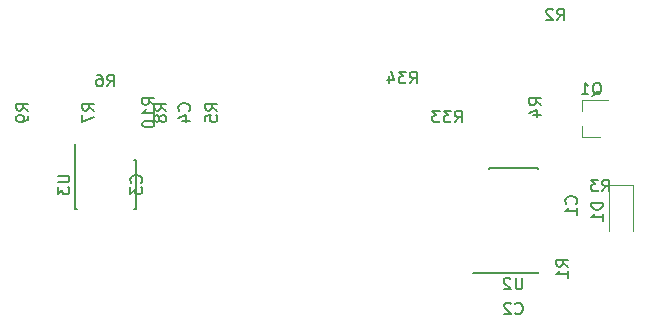
<source format=gbr>
G04 #@! TF.GenerationSoftware,KiCad,Pcbnew,(5.0.0-rc2-dev-586-g888c43477)*
G04 #@! TF.CreationDate,2018-06-03T13:53:17-03:00*
G04 #@! TF.ProjectId,Signal,5369676E616C2E6B696361645F706362,rev?*
G04 #@! TF.SameCoordinates,Original*
G04 #@! TF.FileFunction,Legend,Bot*
G04 #@! TF.FilePolarity,Positive*
%FSLAX46Y46*%
G04 Gerber Fmt 4.6, Leading zero omitted, Abs format (unit mm)*
G04 Created by KiCad (PCBNEW (5.0.0-rc2-dev-586-g888c43477)) date 06/03/18 13:53:17*
%MOMM*%
%LPD*%
G01*
G04 APERTURE LIST*
%ADD10C,0.150000*%
%ADD11C,0.120000*%
G04 APERTURE END LIST*
D10*
X28413000Y-28405000D02*
X28463000Y-28405000D01*
X28413000Y-32555000D02*
X28558000Y-32555000D01*
X33563000Y-32555000D02*
X33418000Y-32555000D01*
X33563000Y-28405000D02*
X33418000Y-28405000D01*
X28413000Y-28405000D02*
X28413000Y-32555000D01*
X33563000Y-28405000D02*
X33563000Y-32555000D01*
X28463000Y-28405000D02*
X28463000Y-27005000D01*
D11*
X71376000Y-26472000D02*
X71376000Y-25542000D01*
X71376000Y-23312000D02*
X71376000Y-24242000D01*
X71376000Y-23312000D02*
X73536000Y-23312000D01*
X71376000Y-26472000D02*
X72836000Y-26472000D01*
X73676000Y-30516000D02*
X75676000Y-30516000D01*
X75676000Y-30516000D02*
X75676000Y-34416000D01*
X73676000Y-30516000D02*
X73676000Y-34416000D01*
D10*
X63457000Y-37978000D02*
X63457000Y-37953000D01*
X67607000Y-37978000D02*
X67607000Y-37863000D01*
X67607000Y-29078000D02*
X67607000Y-29193000D01*
X63457000Y-29078000D02*
X63457000Y-29193000D01*
X63457000Y-37978000D02*
X67607000Y-37978000D01*
X63457000Y-29078000D02*
X67607000Y-29078000D01*
X63457000Y-37953000D02*
X62082000Y-37953000D01*
X36138380Y-24217333D02*
X35662190Y-23884000D01*
X36138380Y-23645904D02*
X35138380Y-23645904D01*
X35138380Y-24026857D01*
X35186000Y-24122095D01*
X35233619Y-24169714D01*
X35328857Y-24217333D01*
X35471714Y-24217333D01*
X35566952Y-24169714D01*
X35614571Y-24122095D01*
X35662190Y-24026857D01*
X35662190Y-23645904D01*
X35566952Y-24788761D02*
X35519333Y-24693523D01*
X35471714Y-24645904D01*
X35376476Y-24598285D01*
X35328857Y-24598285D01*
X35233619Y-24645904D01*
X35186000Y-24693523D01*
X35138380Y-24788761D01*
X35138380Y-24979238D01*
X35186000Y-25074476D01*
X35233619Y-25122095D01*
X35328857Y-25169714D01*
X35376476Y-25169714D01*
X35471714Y-25122095D01*
X35519333Y-25074476D01*
X35566952Y-24979238D01*
X35566952Y-24788761D01*
X35614571Y-24693523D01*
X35662190Y-24645904D01*
X35757428Y-24598285D01*
X35947904Y-24598285D01*
X36043142Y-24645904D01*
X36090761Y-24693523D01*
X36138380Y-24788761D01*
X36138380Y-24979238D01*
X36090761Y-25074476D01*
X36043142Y-25122095D01*
X35947904Y-25169714D01*
X35757428Y-25169714D01*
X35662190Y-25122095D01*
X35614571Y-25074476D01*
X35566952Y-24979238D01*
X24456380Y-24217333D02*
X23980190Y-23884000D01*
X24456380Y-23645904D02*
X23456380Y-23645904D01*
X23456380Y-24026857D01*
X23504000Y-24122095D01*
X23551619Y-24169714D01*
X23646857Y-24217333D01*
X23789714Y-24217333D01*
X23884952Y-24169714D01*
X23932571Y-24122095D01*
X23980190Y-24026857D01*
X23980190Y-23645904D01*
X24456380Y-24693523D02*
X24456380Y-24884000D01*
X24408761Y-24979238D01*
X24361142Y-25026857D01*
X24218285Y-25122095D01*
X24027809Y-25169714D01*
X23646857Y-25169714D01*
X23551619Y-25122095D01*
X23504000Y-25074476D01*
X23456380Y-24979238D01*
X23456380Y-24788761D01*
X23504000Y-24693523D01*
X23551619Y-24645904D01*
X23646857Y-24598285D01*
X23884952Y-24598285D01*
X23980190Y-24645904D01*
X24027809Y-24693523D01*
X24075428Y-24788761D01*
X24075428Y-24979238D01*
X24027809Y-25074476D01*
X23980190Y-25122095D01*
X23884952Y-25169714D01*
X35124380Y-23741142D02*
X34648190Y-23407809D01*
X35124380Y-23169714D02*
X34124380Y-23169714D01*
X34124380Y-23550666D01*
X34172000Y-23645904D01*
X34219619Y-23693523D01*
X34314857Y-23741142D01*
X34457714Y-23741142D01*
X34552952Y-23693523D01*
X34600571Y-23645904D01*
X34648190Y-23550666D01*
X34648190Y-23169714D01*
X35124380Y-24693523D02*
X35124380Y-24122095D01*
X35124380Y-24407809D02*
X34124380Y-24407809D01*
X34267238Y-24312571D01*
X34362476Y-24217333D01*
X34410095Y-24122095D01*
X34124380Y-25312571D02*
X34124380Y-25407809D01*
X34172000Y-25503047D01*
X34219619Y-25550666D01*
X34314857Y-25598285D01*
X34505333Y-25645904D01*
X34743428Y-25645904D01*
X34933904Y-25598285D01*
X35029142Y-25550666D01*
X35076761Y-25503047D01*
X35124380Y-25407809D01*
X35124380Y-25312571D01*
X35076761Y-25217333D01*
X35029142Y-25169714D01*
X34933904Y-25122095D01*
X34743428Y-25074476D01*
X34505333Y-25074476D01*
X34314857Y-25122095D01*
X34219619Y-25169714D01*
X34172000Y-25217333D01*
X34124380Y-25312571D01*
X30042380Y-24217333D02*
X29566190Y-23884000D01*
X30042380Y-23645904D02*
X29042380Y-23645904D01*
X29042380Y-24026857D01*
X29090000Y-24122095D01*
X29137619Y-24169714D01*
X29232857Y-24217333D01*
X29375714Y-24217333D01*
X29470952Y-24169714D01*
X29518571Y-24122095D01*
X29566190Y-24026857D01*
X29566190Y-23645904D01*
X29042380Y-24550666D02*
X29042380Y-25217333D01*
X30042380Y-24788761D01*
X34013142Y-30313333D02*
X34060761Y-30265714D01*
X34108380Y-30122857D01*
X34108380Y-30027619D01*
X34060761Y-29884761D01*
X33965523Y-29789523D01*
X33870285Y-29741904D01*
X33679809Y-29694285D01*
X33536952Y-29694285D01*
X33346476Y-29741904D01*
X33251238Y-29789523D01*
X33156000Y-29884761D01*
X33108380Y-30027619D01*
X33108380Y-30122857D01*
X33156000Y-30265714D01*
X33203619Y-30313333D01*
X33108380Y-30646666D02*
X33108380Y-31265714D01*
X33489333Y-30932380D01*
X33489333Y-31075238D01*
X33536952Y-31170476D01*
X33584571Y-31218095D01*
X33679809Y-31265714D01*
X33917904Y-31265714D01*
X34013142Y-31218095D01*
X34060761Y-31170476D01*
X34108380Y-31075238D01*
X34108380Y-30789523D01*
X34060761Y-30694285D01*
X34013142Y-30646666D01*
X38077142Y-24217333D02*
X38124761Y-24169714D01*
X38172380Y-24026857D01*
X38172380Y-23931619D01*
X38124761Y-23788761D01*
X38029523Y-23693523D01*
X37934285Y-23645904D01*
X37743809Y-23598285D01*
X37600952Y-23598285D01*
X37410476Y-23645904D01*
X37315238Y-23693523D01*
X37220000Y-23788761D01*
X37172380Y-23931619D01*
X37172380Y-24026857D01*
X37220000Y-24169714D01*
X37267619Y-24217333D01*
X37505714Y-25074476D02*
X38172380Y-25074476D01*
X37124761Y-24836380D02*
X37839047Y-24598285D01*
X37839047Y-25217333D01*
X26940380Y-29718095D02*
X27749904Y-29718095D01*
X27845142Y-29765714D01*
X27892761Y-29813333D01*
X27940380Y-29908571D01*
X27940380Y-30099047D01*
X27892761Y-30194285D01*
X27845142Y-30241904D01*
X27749904Y-30289523D01*
X26940380Y-30289523D01*
X26940380Y-30670476D02*
X26940380Y-31289523D01*
X27321333Y-30956190D01*
X27321333Y-31099047D01*
X27368952Y-31194285D01*
X27416571Y-31241904D01*
X27511809Y-31289523D01*
X27749904Y-31289523D01*
X27845142Y-31241904D01*
X27892761Y-31194285D01*
X27940380Y-31099047D01*
X27940380Y-30813333D01*
X27892761Y-30718095D01*
X27845142Y-30670476D01*
X40458380Y-24217333D02*
X39982190Y-23884000D01*
X40458380Y-23645904D02*
X39458380Y-23645904D01*
X39458380Y-24026857D01*
X39506000Y-24122095D01*
X39553619Y-24169714D01*
X39648857Y-24217333D01*
X39791714Y-24217333D01*
X39886952Y-24169714D01*
X39934571Y-24122095D01*
X39982190Y-24026857D01*
X39982190Y-23645904D01*
X39458380Y-25122095D02*
X39458380Y-24645904D01*
X39934571Y-24598285D01*
X39886952Y-24645904D01*
X39839333Y-24741142D01*
X39839333Y-24979238D01*
X39886952Y-25074476D01*
X39934571Y-25122095D01*
X40029809Y-25169714D01*
X40267904Y-25169714D01*
X40363142Y-25122095D01*
X40410761Y-25074476D01*
X40458380Y-24979238D01*
X40458380Y-24741142D01*
X40410761Y-24645904D01*
X40363142Y-24598285D01*
X31154666Y-22170380D02*
X31488000Y-21694190D01*
X31726095Y-22170380D02*
X31726095Y-21170380D01*
X31345142Y-21170380D01*
X31249904Y-21218000D01*
X31202285Y-21265619D01*
X31154666Y-21360857D01*
X31154666Y-21503714D01*
X31202285Y-21598952D01*
X31249904Y-21646571D01*
X31345142Y-21694190D01*
X31726095Y-21694190D01*
X30297523Y-21170380D02*
X30488000Y-21170380D01*
X30583238Y-21218000D01*
X30630857Y-21265619D01*
X30726095Y-21408476D01*
X30773714Y-21598952D01*
X30773714Y-21979904D01*
X30726095Y-22075142D01*
X30678476Y-22122761D01*
X30583238Y-22170380D01*
X30392761Y-22170380D01*
X30297523Y-22122761D01*
X30249904Y-22075142D01*
X30202285Y-21979904D01*
X30202285Y-21741809D01*
X30249904Y-21646571D01*
X30297523Y-21598952D01*
X30392761Y-21551333D01*
X30583238Y-21551333D01*
X30678476Y-21598952D01*
X30726095Y-21646571D01*
X30773714Y-21741809D01*
X72231238Y-22939619D02*
X72326476Y-22892000D01*
X72421714Y-22796761D01*
X72564571Y-22653904D01*
X72659809Y-22606285D01*
X72755047Y-22606285D01*
X72707428Y-22844380D02*
X72802666Y-22796761D01*
X72897904Y-22701523D01*
X72945523Y-22511047D01*
X72945523Y-22177714D01*
X72897904Y-21987238D01*
X72802666Y-21892000D01*
X72707428Y-21844380D01*
X72516952Y-21844380D01*
X72421714Y-21892000D01*
X72326476Y-21987238D01*
X72278857Y-22177714D01*
X72278857Y-22511047D01*
X72326476Y-22701523D01*
X72421714Y-22796761D01*
X72516952Y-22844380D01*
X72707428Y-22844380D01*
X71326476Y-22844380D02*
X71897904Y-22844380D01*
X71612190Y-22844380D02*
X71612190Y-21844380D01*
X71707428Y-21987238D01*
X71802666Y-22082476D01*
X71897904Y-22130095D01*
X70843142Y-32091333D02*
X70890761Y-32043714D01*
X70938380Y-31900857D01*
X70938380Y-31805619D01*
X70890761Y-31662761D01*
X70795523Y-31567523D01*
X70700285Y-31519904D01*
X70509809Y-31472285D01*
X70366952Y-31472285D01*
X70176476Y-31519904D01*
X70081238Y-31567523D01*
X69986000Y-31662761D01*
X69938380Y-31805619D01*
X69938380Y-31900857D01*
X69986000Y-32043714D01*
X70033619Y-32091333D01*
X70938380Y-33043714D02*
X70938380Y-32472285D01*
X70938380Y-32758000D02*
X69938380Y-32758000D01*
X70081238Y-32662761D01*
X70176476Y-32567523D01*
X70224095Y-32472285D01*
X65698666Y-41377142D02*
X65746285Y-41424761D01*
X65889142Y-41472380D01*
X65984380Y-41472380D01*
X66127238Y-41424761D01*
X66222476Y-41329523D01*
X66270095Y-41234285D01*
X66317714Y-41043809D01*
X66317714Y-40900952D01*
X66270095Y-40710476D01*
X66222476Y-40615238D01*
X66127238Y-40520000D01*
X65984380Y-40472380D01*
X65889142Y-40472380D01*
X65746285Y-40520000D01*
X65698666Y-40567619D01*
X65317714Y-40567619D02*
X65270095Y-40520000D01*
X65174857Y-40472380D01*
X64936761Y-40472380D01*
X64841523Y-40520000D01*
X64793904Y-40567619D01*
X64746285Y-40662857D01*
X64746285Y-40758095D01*
X64793904Y-40900952D01*
X65365333Y-41472380D01*
X64746285Y-41472380D01*
X73128380Y-32027904D02*
X72128380Y-32027904D01*
X72128380Y-32266000D01*
X72176000Y-32408857D01*
X72271238Y-32504095D01*
X72366476Y-32551714D01*
X72556952Y-32599333D01*
X72699809Y-32599333D01*
X72890285Y-32551714D01*
X72985523Y-32504095D01*
X73080761Y-32408857D01*
X73128380Y-32266000D01*
X73128380Y-32027904D01*
X73128380Y-33551714D02*
X73128380Y-32980285D01*
X73128380Y-33266000D02*
X72128380Y-33266000D01*
X72271238Y-33170761D01*
X72366476Y-33075523D01*
X72414095Y-32980285D01*
X70176380Y-37425333D02*
X69700190Y-37092000D01*
X70176380Y-36853904D02*
X69176380Y-36853904D01*
X69176380Y-37234857D01*
X69224000Y-37330095D01*
X69271619Y-37377714D01*
X69366857Y-37425333D01*
X69509714Y-37425333D01*
X69604952Y-37377714D01*
X69652571Y-37330095D01*
X69700190Y-37234857D01*
X69700190Y-36853904D01*
X70176380Y-38377714D02*
X70176380Y-37806285D01*
X70176380Y-38092000D02*
X69176380Y-38092000D01*
X69319238Y-37996761D01*
X69414476Y-37901523D01*
X69462095Y-37806285D01*
X69254666Y-16582380D02*
X69588000Y-16106190D01*
X69826095Y-16582380D02*
X69826095Y-15582380D01*
X69445142Y-15582380D01*
X69349904Y-15630000D01*
X69302285Y-15677619D01*
X69254666Y-15772857D01*
X69254666Y-15915714D01*
X69302285Y-16010952D01*
X69349904Y-16058571D01*
X69445142Y-16106190D01*
X69826095Y-16106190D01*
X68873714Y-15677619D02*
X68826095Y-15630000D01*
X68730857Y-15582380D01*
X68492761Y-15582380D01*
X68397523Y-15630000D01*
X68349904Y-15677619D01*
X68302285Y-15772857D01*
X68302285Y-15868095D01*
X68349904Y-16010952D01*
X68921333Y-16582380D01*
X68302285Y-16582380D01*
X73064666Y-31058380D02*
X73398000Y-30582190D01*
X73636095Y-31058380D02*
X73636095Y-30058380D01*
X73255142Y-30058380D01*
X73159904Y-30106000D01*
X73112285Y-30153619D01*
X73064666Y-30248857D01*
X73064666Y-30391714D01*
X73112285Y-30486952D01*
X73159904Y-30534571D01*
X73255142Y-30582190D01*
X73636095Y-30582190D01*
X72731333Y-30058380D02*
X72112285Y-30058380D01*
X72445619Y-30439333D01*
X72302761Y-30439333D01*
X72207523Y-30486952D01*
X72159904Y-30534571D01*
X72112285Y-30629809D01*
X72112285Y-30867904D01*
X72159904Y-30963142D01*
X72207523Y-31010761D01*
X72302761Y-31058380D01*
X72588476Y-31058380D01*
X72683714Y-31010761D01*
X72731333Y-30963142D01*
X67890380Y-23757833D02*
X67414190Y-23424500D01*
X67890380Y-23186404D02*
X66890380Y-23186404D01*
X66890380Y-23567357D01*
X66938000Y-23662595D01*
X66985619Y-23710214D01*
X67080857Y-23757833D01*
X67223714Y-23757833D01*
X67318952Y-23710214D01*
X67366571Y-23662595D01*
X67414190Y-23567357D01*
X67414190Y-23186404D01*
X67223714Y-24614976D02*
X67890380Y-24614976D01*
X66842761Y-24376880D02*
X67557047Y-24138785D01*
X67557047Y-24757833D01*
X60586857Y-25216380D02*
X60920190Y-24740190D01*
X61158285Y-25216380D02*
X61158285Y-24216380D01*
X60777333Y-24216380D01*
X60682095Y-24264000D01*
X60634476Y-24311619D01*
X60586857Y-24406857D01*
X60586857Y-24549714D01*
X60634476Y-24644952D01*
X60682095Y-24692571D01*
X60777333Y-24740190D01*
X61158285Y-24740190D01*
X60253523Y-24216380D02*
X59634476Y-24216380D01*
X59967809Y-24597333D01*
X59824952Y-24597333D01*
X59729714Y-24644952D01*
X59682095Y-24692571D01*
X59634476Y-24787809D01*
X59634476Y-25025904D01*
X59682095Y-25121142D01*
X59729714Y-25168761D01*
X59824952Y-25216380D01*
X60110666Y-25216380D01*
X60205904Y-25168761D01*
X60253523Y-25121142D01*
X59301142Y-24216380D02*
X58682095Y-24216380D01*
X59015428Y-24597333D01*
X58872571Y-24597333D01*
X58777333Y-24644952D01*
X58729714Y-24692571D01*
X58682095Y-24787809D01*
X58682095Y-25025904D01*
X58729714Y-25121142D01*
X58777333Y-25168761D01*
X58872571Y-25216380D01*
X59158285Y-25216380D01*
X59253523Y-25168761D01*
X59301142Y-25121142D01*
X56776857Y-21916380D02*
X57110190Y-21440190D01*
X57348285Y-21916380D02*
X57348285Y-20916380D01*
X56967333Y-20916380D01*
X56872095Y-20964000D01*
X56824476Y-21011619D01*
X56776857Y-21106857D01*
X56776857Y-21249714D01*
X56824476Y-21344952D01*
X56872095Y-21392571D01*
X56967333Y-21440190D01*
X57348285Y-21440190D01*
X56443523Y-20916380D02*
X55824476Y-20916380D01*
X56157809Y-21297333D01*
X56014952Y-21297333D01*
X55919714Y-21344952D01*
X55872095Y-21392571D01*
X55824476Y-21487809D01*
X55824476Y-21725904D01*
X55872095Y-21821142D01*
X55919714Y-21868761D01*
X56014952Y-21916380D01*
X56300666Y-21916380D01*
X56395904Y-21868761D01*
X56443523Y-21821142D01*
X54967333Y-21249714D02*
X54967333Y-21916380D01*
X55205428Y-20868761D02*
X55443523Y-21583047D01*
X54824476Y-21583047D01*
X66293904Y-38355380D02*
X66293904Y-39164904D01*
X66246285Y-39260142D01*
X66198666Y-39307761D01*
X66103428Y-39355380D01*
X65912952Y-39355380D01*
X65817714Y-39307761D01*
X65770095Y-39260142D01*
X65722476Y-39164904D01*
X65722476Y-38355380D01*
X65293904Y-38450619D02*
X65246285Y-38403000D01*
X65151047Y-38355380D01*
X64912952Y-38355380D01*
X64817714Y-38403000D01*
X64770095Y-38450619D01*
X64722476Y-38545857D01*
X64722476Y-38641095D01*
X64770095Y-38783952D01*
X65341523Y-39355380D01*
X64722476Y-39355380D01*
M02*

</source>
